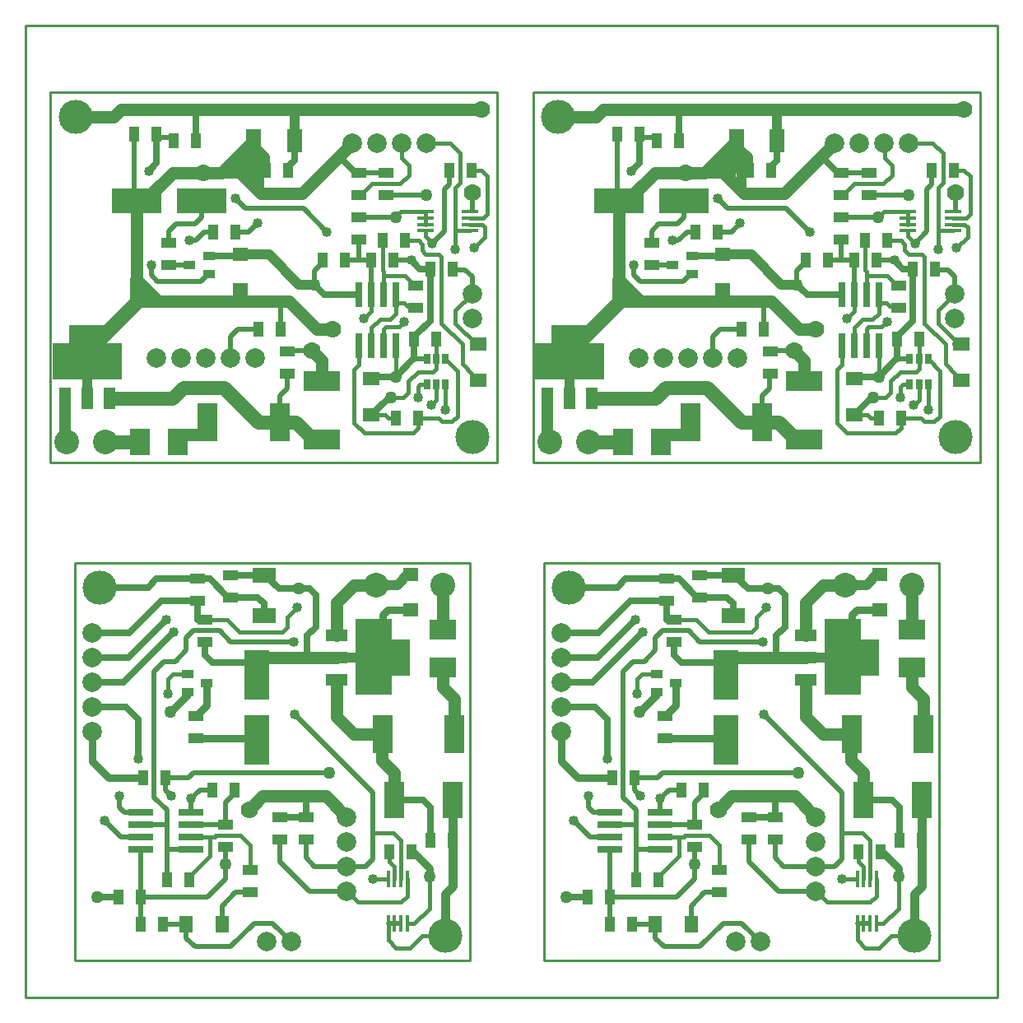
<source format=gtl>
%FSLAX23Y23*%
%MOIN*%
G70*
G01*
G75*
G04 Layer_Physical_Order=1*
G04 Layer_Color=255*
%ADD10R,0.079X0.150*%
%ADD11R,0.039X0.059*%
%ADD12R,0.063X0.055*%
%ADD13R,0.094X0.063*%
%ADD14R,0.059X0.039*%
%ADD15R,0.079X0.157*%
%ADD16R,0.100X0.200*%
%ADD17R,0.050X0.035*%
%ADD18R,0.110X0.079*%
%ADD19R,0.100X0.030*%
%ADD20R,0.017X0.066*%
%ADD21R,0.055X0.071*%
%ADD22R,0.090X0.150*%
%ADD23R,0.085X0.050*%
%ADD24R,0.150X0.079*%
%ADD25R,0.071X0.055*%
%ADD26R,0.063X0.094*%
%ADD27R,0.200X0.100*%
%ADD28R,0.079X0.110*%
%ADD29R,0.030X0.100*%
%ADD30R,0.026X0.042*%
%ADD31R,0.066X0.017*%
%ADD32R,0.150X0.090*%
%ADD33R,0.050X0.085*%
%ADD34C,0.025*%
%ADD35C,0.030*%
%ADD36C,0.040*%
%ADD37C,0.015*%
%ADD38C,0.020*%
%ADD39C,0.035*%
%ADD40C,0.050*%
%ADD41C,0.055*%
%ADD42C,0.010*%
%ADD43C,0.045*%
%ADD44C,0.060*%
%ADD45R,0.151X0.305*%
%ADD46R,0.035X0.075*%
%ADD47R,0.065X0.080*%
%ADD48R,0.280X0.151*%
%ADD49R,0.052X0.100*%
%ADD50R,0.094X0.047*%
%ADD51R,0.120X0.040*%
%ADD52R,0.035X0.045*%
%ADD53R,0.085X0.065*%
%ADD54R,0.064X0.076*%
%ADD55R,0.044X0.080*%
%ADD56C,0.079*%
%ADD57C,0.100*%
%ADD58C,0.138*%
%ADD59C,0.040*%
%ADD60C,0.050*%
%ADD61C,0.070*%
D10*
X3394Y800D02*
D03*
X3630D02*
D03*
X1494D02*
D03*
X1730D02*
D03*
D11*
X3540Y635D02*
D03*
X3630D02*
D03*
X2465Y890D02*
D03*
X2375D02*
D03*
X2365Y405D02*
D03*
X2275D02*
D03*
X2472Y475D02*
D03*
X2562D02*
D03*
X2745Y840D02*
D03*
X2655D02*
D03*
X3464Y590D02*
D03*
X3374D02*
D03*
X2365Y295D02*
D03*
X2455D02*
D03*
X465D02*
D03*
X555D02*
D03*
X1564Y590D02*
D03*
X1474D02*
D03*
X845Y840D02*
D03*
X755D02*
D03*
X572Y475D02*
D03*
X662D02*
D03*
X465Y405D02*
D03*
X375D02*
D03*
X565Y890D02*
D03*
X475D02*
D03*
X1640Y635D02*
D03*
X1730D02*
D03*
X3545Y2345D02*
D03*
X3455D02*
D03*
X3528Y2665D02*
D03*
X3618D02*
D03*
X2555Y3470D02*
D03*
X2645D02*
D03*
X2928Y3351D02*
D03*
X3018D02*
D03*
X3248Y2985D02*
D03*
X3158D02*
D03*
X3445D02*
D03*
X3355D02*
D03*
X3400Y3065D02*
D03*
X3490D02*
D03*
X2395Y3495D02*
D03*
X2485D02*
D03*
X3670Y3350D02*
D03*
X3760D02*
D03*
X2988Y2706D02*
D03*
X2898D02*
D03*
X3593Y2951D02*
D03*
X3683D02*
D03*
X2713Y3101D02*
D03*
X2803D02*
D03*
X758D02*
D03*
X848D02*
D03*
X1638Y2951D02*
D03*
X1728D02*
D03*
X1033Y2706D02*
D03*
X943D02*
D03*
X1715Y3350D02*
D03*
X1805D02*
D03*
X440Y3495D02*
D03*
X530D02*
D03*
X1445Y3065D02*
D03*
X1535D02*
D03*
X1490Y2985D02*
D03*
X1400D02*
D03*
X1293D02*
D03*
X1203D02*
D03*
X973Y3351D02*
D03*
X1063D02*
D03*
X600Y3470D02*
D03*
X690D02*
D03*
X1573Y2665D02*
D03*
X1663D02*
D03*
X1590Y2345D02*
D03*
X1500D02*
D03*
D12*
X3460Y1712D02*
D03*
Y1570D02*
D03*
X1560Y1712D02*
D03*
Y1570D02*
D03*
X2823Y3008D02*
D03*
Y2866D02*
D03*
X868Y3008D02*
D03*
Y2866D02*
D03*
D13*
X2865Y1710D02*
D03*
Y1545D02*
D03*
X965Y1710D02*
D03*
Y1545D02*
D03*
D14*
X2595Y1605D02*
D03*
Y1695D02*
D03*
X2730Y1710D02*
D03*
Y1620D02*
D03*
X2710Y610D02*
D03*
Y700D02*
D03*
X2810Y515D02*
D03*
Y425D02*
D03*
X3035Y730D02*
D03*
Y640D02*
D03*
X2930Y730D02*
D03*
Y640D02*
D03*
X2625Y1440D02*
D03*
Y1530D02*
D03*
X2590Y1050D02*
D03*
Y1140D02*
D03*
X690Y1050D02*
D03*
Y1140D02*
D03*
X725Y1440D02*
D03*
Y1530D02*
D03*
X1030Y730D02*
D03*
Y640D02*
D03*
X1135Y730D02*
D03*
Y640D02*
D03*
X910Y515D02*
D03*
Y425D02*
D03*
X810Y610D02*
D03*
Y700D02*
D03*
X830Y1710D02*
D03*
Y1620D02*
D03*
X695Y1605D02*
D03*
Y1695D02*
D03*
X3015Y2525D02*
D03*
Y2615D02*
D03*
X3303Y3161D02*
D03*
Y3071D02*
D03*
X3535Y2793D02*
D03*
Y2883D02*
D03*
X3415Y3340D02*
D03*
Y3250D02*
D03*
X3303Y3340D02*
D03*
Y3250D02*
D03*
X2535Y3055D02*
D03*
Y2965D02*
D03*
X580Y3055D02*
D03*
Y2965D02*
D03*
X1348Y3340D02*
D03*
Y3250D02*
D03*
X1460Y3340D02*
D03*
Y3250D02*
D03*
X1580Y2793D02*
D03*
Y2883D02*
D03*
X1348Y3161D02*
D03*
Y3071D02*
D03*
X1060Y2525D02*
D03*
Y2615D02*
D03*
D15*
X3636Y1065D02*
D03*
X3345D02*
D03*
X1736D02*
D03*
X1445D02*
D03*
X2692Y2331D02*
D03*
X2983D02*
D03*
X737D02*
D03*
X1028D02*
D03*
D16*
X2835Y1307D02*
D03*
Y1043D02*
D03*
X935Y1307D02*
D03*
Y1043D02*
D03*
D17*
X2555Y1310D02*
D03*
Y1235D02*
D03*
X2634Y1273D02*
D03*
X655Y1310D02*
D03*
Y1235D02*
D03*
X734Y1273D02*
D03*
X2698Y2928D02*
D03*
Y3003D02*
D03*
X2619Y2965D02*
D03*
X743Y2928D02*
D03*
Y3003D02*
D03*
X664Y2965D02*
D03*
D18*
X3590Y1336D02*
D03*
Y1490D02*
D03*
X1690Y1336D02*
D03*
Y1490D02*
D03*
D19*
X2365Y750D02*
D03*
Y700D02*
D03*
Y650D02*
D03*
Y600D02*
D03*
X2570Y650D02*
D03*
Y700D02*
D03*
Y600D02*
D03*
Y750D02*
D03*
X465D02*
D03*
Y700D02*
D03*
Y650D02*
D03*
Y600D02*
D03*
X670Y650D02*
D03*
Y700D02*
D03*
Y600D02*
D03*
Y750D02*
D03*
D20*
X3445Y480D02*
D03*
X3419D02*
D03*
X3394D02*
D03*
X3368D02*
D03*
X3445Y299D02*
D03*
X3419D02*
D03*
X3394D02*
D03*
X3368D02*
D03*
X1545Y480D02*
D03*
X1519D02*
D03*
X1494D02*
D03*
X1468D02*
D03*
X1545Y299D02*
D03*
X1519D02*
D03*
X1494D02*
D03*
X1468D02*
D03*
D21*
X2550Y295D02*
D03*
X2696D02*
D03*
X650D02*
D03*
X796D02*
D03*
D22*
X3412Y1377D02*
D03*
X1512D02*
D03*
D23*
X3160Y1287D02*
D03*
Y1377D02*
D03*
Y1467D02*
D03*
X1260Y1287D02*
D03*
Y1377D02*
D03*
Y1467D02*
D03*
D24*
X3153Y2260D02*
D03*
Y2496D02*
D03*
X1198Y2260D02*
D03*
Y2496D02*
D03*
D25*
X3355Y2505D02*
D03*
Y2359D02*
D03*
X3788Y2646D02*
D03*
Y2500D02*
D03*
X1833Y2646D02*
D03*
Y2500D02*
D03*
X1400Y2505D02*
D03*
Y2359D02*
D03*
D26*
X2878Y3471D02*
D03*
X3043D02*
D03*
X923D02*
D03*
X1088D02*
D03*
D27*
X2403Y3225D02*
D03*
X2667D02*
D03*
X448D02*
D03*
X712D02*
D03*
D28*
X2572Y2251D02*
D03*
X2418D02*
D03*
X617D02*
D03*
X463D02*
D03*
D29*
X3305Y2640D02*
D03*
X3355D02*
D03*
X3405D02*
D03*
X3455D02*
D03*
X3405Y2845D02*
D03*
X3355D02*
D03*
X3455D02*
D03*
X3305D02*
D03*
X1350Y2640D02*
D03*
X1400D02*
D03*
X1450D02*
D03*
X1500D02*
D03*
X1450Y2845D02*
D03*
X1400D02*
D03*
X1500D02*
D03*
X1350D02*
D03*
D30*
X3618Y2483D02*
D03*
X3580Y2585D02*
D03*
X3618D02*
D03*
X3655D02*
D03*
Y2483D02*
D03*
X3580D02*
D03*
X1663D02*
D03*
X1625Y2585D02*
D03*
X1663D02*
D03*
X1700D02*
D03*
Y2483D02*
D03*
X1625D02*
D03*
D31*
X3755Y3105D02*
D03*
Y3131D02*
D03*
Y3156D02*
D03*
Y3182D02*
D03*
X3574Y3105D02*
D03*
Y3131D02*
D03*
Y3156D02*
D03*
Y3182D02*
D03*
X1800Y3105D02*
D03*
Y3131D02*
D03*
Y3156D02*
D03*
Y3182D02*
D03*
X1619Y3105D02*
D03*
Y3131D02*
D03*
Y3156D02*
D03*
Y3182D02*
D03*
D32*
X2203Y2678D02*
D03*
X248D02*
D03*
D33*
X2293Y2426D02*
D03*
X2203D02*
D03*
X2113D02*
D03*
X338D02*
D03*
X248D02*
D03*
X158D02*
D03*
D34*
X2595Y1530D02*
Y1605D01*
X2190Y405D02*
X2275D01*
X2355Y965D02*
Y1125D01*
X2305Y1175D02*
X2355Y1125D01*
X2655Y1355D02*
X2795D01*
X2625Y1385D02*
X2655Y1355D01*
X2625Y1385D02*
Y1440D01*
X3394Y800D02*
X3510D01*
X3540Y770D01*
Y635D02*
Y770D01*
X3035Y730D02*
Y810D01*
X2200Y1660D02*
X2395D01*
X2865Y1545D02*
Y1595D01*
X2840Y1620D02*
X2865Y1595D01*
X2730Y1620D02*
X2840D01*
X2930Y730D02*
X3035D01*
X3394Y800D02*
X3395Y799D01*
X2395Y1660D02*
X2430Y1695D01*
X2595D01*
X2720Y1620D02*
X2730D01*
X2645Y1695D02*
X2720Y1620D01*
X2595Y1695D02*
X2645D01*
X2730Y1710D02*
X2865D01*
X2450Y1605D02*
X2595D01*
X2320Y1475D02*
X2450Y1605D01*
X2890Y1690D02*
X2925Y1655D01*
X3005D01*
X3040Y1395D02*
Y1465D01*
X3075Y1500D01*
Y1630D01*
X3050Y1655D02*
X3075Y1630D01*
X3005Y1655D02*
X3050D01*
X2170Y1175D02*
X2305D01*
X2170Y1475D02*
X2320D01*
X2295Y1275D02*
X2500Y1480D01*
X2170Y1275D02*
X2295D01*
X2315Y1375D02*
X2470Y1530D01*
X2170Y1375D02*
X2315D01*
X270D02*
X415D01*
X570Y1530D01*
X270Y1275D02*
X395D01*
X600Y1480D01*
X270Y1475D02*
X420D01*
X270Y1175D02*
X405D01*
X1105Y1655D02*
X1150D01*
X1175Y1630D01*
Y1500D02*
Y1630D01*
X1140Y1465D02*
X1175Y1500D01*
X1140Y1395D02*
Y1465D01*
X1025Y1655D02*
X1105D01*
X990Y1690D02*
X1025Y1655D01*
X420Y1475D02*
X550Y1605D01*
X695D01*
X830Y1710D02*
X965D01*
X695Y1695D02*
X745D01*
X820Y1620D01*
X830D01*
X530Y1695D02*
X695D01*
X495Y1660D02*
X530Y1695D01*
X1494Y800D02*
X1495Y799D01*
X1030Y730D02*
X1135D01*
X830Y1620D02*
X940D01*
X965Y1595D01*
Y1545D02*
Y1595D01*
X300Y1660D02*
X495D01*
X1135Y730D02*
Y810D01*
X1640Y635D02*
Y770D01*
X1610Y800D02*
X1640Y770D01*
X1494Y800D02*
X1610D01*
X725Y1385D02*
Y1440D01*
Y1385D02*
X755Y1355D01*
X895D01*
X405Y1175D02*
X455Y1125D01*
Y965D02*
Y1125D01*
X290Y405D02*
X375D01*
X695Y1530D02*
Y1605D01*
X743Y3003D02*
X845D01*
X1269Y3407D02*
X1336Y3340D01*
X1597Y2951D02*
X1638D01*
X498Y3346D02*
X530Y3378D01*
Y3495D01*
X1088Y3391D02*
Y3471D01*
X1063Y3366D02*
X1088Y3391D01*
X1063Y3351D02*
Y3366D01*
X1400Y2359D02*
X1472Y2431D01*
X1573Y2587D02*
Y2665D01*
X1587Y2689D02*
X1638Y2740D01*
X1211Y2845D02*
X1350D01*
X1500Y2514D02*
X1571Y2585D01*
X1638Y2740D02*
Y2933D01*
X1409Y2514D02*
X1500D01*
X1563Y2985D02*
X1597Y2951D01*
X690Y3470D02*
Y3595D01*
X1169Y2887D02*
X1211Y2845D01*
X3124Y2887D02*
X3166Y2845D01*
X2645Y3470D02*
Y3595D01*
X3518Y2985D02*
X3552Y2951D01*
X3364Y2514D02*
X3455D01*
X3593Y2740D02*
Y2933D01*
X3455Y2514D02*
X3526Y2585D01*
X3166Y2845D02*
X3305D01*
X3542Y2689D02*
X3593Y2740D01*
X3528Y2587D02*
Y2665D01*
X3355Y2359D02*
X3427Y2431D01*
X3018Y3351D02*
Y3366D01*
X3043Y3391D01*
Y3471D01*
X2485Y3378D02*
Y3495D01*
X2453Y3346D02*
X2485Y3378D01*
X3552Y2951D02*
X3593D01*
X3224Y3407D02*
X3291Y3340D01*
X2698Y3003D02*
X2800D01*
D35*
X3345Y1515D02*
Y1550D01*
X3365Y1570D01*
X3460D01*
X2590Y1050D02*
X2828D01*
X2235Y890D02*
X2375D01*
X2170Y955D02*
X2235Y890D01*
X2170Y955D02*
Y1075D01*
X3535Y490D02*
Y524D01*
X3469Y590D02*
X3535Y524D01*
X2485Y1155D02*
X2555Y1225D01*
X2634Y1184D02*
Y1273D01*
X2590Y1140D02*
X2634Y1184D01*
X690Y1140D02*
X734Y1184D01*
Y1273D01*
X585Y1155D02*
X655Y1225D01*
X1569Y590D02*
X1635Y524D01*
Y490D02*
Y524D01*
X270Y955D02*
Y1075D01*
Y955D02*
X335Y890D01*
X475D01*
X690Y1050D02*
X928D01*
X1465Y1570D02*
X1560D01*
X1445Y1550D02*
X1465Y1570D01*
X1445Y1515D02*
Y1550D01*
X936Y3444D02*
X973Y3406D01*
Y3351D02*
Y3406D01*
X2928Y3351D02*
Y3406D01*
X2891Y3444D02*
X2928Y3406D01*
D36*
X3405Y1670D02*
X3450Y1715D01*
X3320Y1670D02*
X3405D01*
X3160Y1377D02*
X3264D01*
X1260D02*
X1364D01*
X1420Y1670D02*
X1505D01*
X1550Y1715D01*
X1819Y2646D02*
X1825D01*
X1833D01*
X1088Y3471D02*
Y3595D01*
X248Y2426D02*
Y2530D01*
X1106Y2887D02*
X1169D01*
X985Y3008D02*
X1106Y2887D01*
X868Y3008D02*
X985D01*
X2823D02*
X2940D01*
X3061Y2887D01*
X3124D01*
X2203Y2426D02*
Y2530D01*
X3043Y3471D02*
Y3595D01*
X3780Y2646D02*
X3788D01*
X3774D02*
X3780D01*
D37*
X2625Y1530D02*
X2715D01*
X2595D02*
X2625D01*
X3305Y665D02*
X3390D01*
X2940Y1480D02*
X2960Y1500D01*
X2765Y1480D02*
X2940D01*
X2715Y1530D02*
X2765Y1480D01*
X2810Y515D02*
Y615D01*
X2770Y655D02*
X2810Y615D01*
X2570Y495D02*
X2647Y572D01*
X3535Y360D02*
Y490D01*
X3474Y299D02*
X3535Y360D01*
X3445Y299D02*
X3474D01*
X3505Y250D02*
X3600D01*
X3455Y200D02*
X3505Y250D01*
X3400Y200D02*
X3455D01*
X3368Y232D02*
X3400Y200D01*
X3368Y232D02*
Y299D01*
X3305Y480D02*
X3365D01*
X3374Y551D02*
Y590D01*
Y551D02*
X3394Y531D01*
Y480D02*
Y531D01*
X3390Y665D02*
X3419Y636D01*
Y480D02*
Y636D01*
X3200Y430D02*
X3245Y385D01*
X3420D01*
X3445Y410D01*
Y480D01*
X2960Y1500D02*
Y1540D01*
X3000Y1580D01*
X2495Y1310D02*
X2555D01*
X2475Y1290D02*
X2495Y1310D01*
X2475Y1230D02*
Y1290D01*
X2570Y650D02*
X2647D01*
Y572D02*
Y650D01*
X2666D01*
X2671Y655D01*
X2770D01*
X771D02*
X870D01*
X766Y650D02*
X771Y655D01*
X747Y650D02*
X766D01*
X747Y572D02*
Y650D01*
X670D02*
X747D01*
X575Y1230D02*
Y1290D01*
X595Y1310D01*
X655D01*
X1060Y1540D02*
X1100Y1580D01*
X1060Y1500D02*
Y1540D01*
X1545Y410D02*
Y480D01*
X1520Y385D02*
X1545Y410D01*
X1345Y385D02*
X1520D01*
X1300Y430D02*
X1345Y385D01*
X1519Y480D02*
Y636D01*
X1490Y665D02*
X1519Y636D01*
X1494Y480D02*
Y531D01*
X1474Y551D02*
X1494Y531D01*
X1474Y551D02*
Y590D01*
X1405Y480D02*
X1465D01*
X1468Y232D02*
Y299D01*
Y232D02*
X1500Y200D01*
X1555D01*
X1605Y250D01*
X1700D01*
X1545Y299D02*
X1574D01*
X1635Y360D01*
Y490D01*
X670Y495D02*
X747Y572D01*
X870Y655D02*
X910Y615D01*
Y515D02*
Y615D01*
X815Y1530D02*
X865Y1480D01*
X1040D01*
X1060Y1500D01*
X1405Y665D02*
X1490D01*
X695Y1530D02*
X725D01*
X815D01*
X1498Y3160D02*
X1520Y3182D01*
X1523Y3400D02*
Y3443D01*
Y3400D02*
X1553Y3370D01*
Y3331D02*
Y3370D01*
X1517Y3295D02*
X1553Y3331D01*
X1622Y3460D02*
X1719D01*
X1760Y3419D01*
Y3299D02*
Y3419D01*
X1740Y2783D02*
X1808Y2851D01*
X1740Y2731D02*
Y2783D01*
Y2731D02*
X1825Y2646D01*
X1684Y2731D02*
X1770Y2645D01*
Y2565D02*
Y2645D01*
Y2565D02*
X1811Y2524D01*
X1684Y2731D02*
Y2999D01*
X1700Y2585D02*
X1748Y2537D01*
Y2354D02*
Y2537D01*
X1512Y2715D02*
X1533Y2736D01*
X1459Y2715D02*
X1512D01*
X1450Y2706D02*
X1459Y2715D01*
X1450Y2640D02*
Y2706D01*
X1700Y2378D02*
Y2483D01*
X1479Y2431D02*
X1529D01*
X1549Y2451D01*
X1663Y2585D02*
Y2665D01*
X1469Y2345D02*
X1500D01*
X1455Y2359D02*
X1469Y2345D01*
X1400Y2359D02*
X1455D01*
X1500Y2514D02*
Y2640D01*
X1663Y2547D02*
Y2585D01*
X1400Y2779D02*
Y2845D01*
X1663Y2420D02*
Y2483D01*
X1588Y2430D02*
Y2474D01*
X1597Y2483D01*
X1625D01*
X1371Y2750D02*
X1400Y2779D01*
X1546Y2799D02*
X1580D01*
X1532Y2813D02*
X1546Y2799D01*
X1509Y2813D02*
X1532D01*
X1536Y2922D02*
X1569Y2889D01*
X1450Y2845D02*
Y2922D01*
X1536D01*
X1400Y2640D02*
Y2712D01*
X1435Y2747D01*
X1476D01*
X1500Y2771D01*
Y2845D01*
X1800Y3156D02*
X1854D01*
X1870Y3172D01*
X1800Y3131D02*
X1848D01*
X1816Y3037D02*
X1860Y3081D01*
Y3119D01*
X1848Y3131D02*
X1860Y3119D01*
X1870Y3172D02*
Y3325D01*
X1845Y3350D02*
X1870Y3325D01*
X1805Y3350D02*
X1845D01*
X1520Y3182D02*
X1619D01*
Y3131D02*
Y3156D01*
Y3182D01*
X1535Y3065D02*
X1592D01*
X1673Y3010D02*
X1684Y2999D01*
X1621Y3010D02*
X1673D01*
X1606Y3025D02*
X1621Y3010D01*
X1606Y3025D02*
Y3051D01*
X1592Y3065D02*
X1606Y3051D01*
X1619Y3082D02*
X1647Y3054D01*
X1619Y3082D02*
Y3104D01*
X1740Y3105D02*
X1800D01*
X1740Y3029D02*
Y3105D01*
Y3279D01*
X1760Y3299D01*
X1450Y2922D02*
Y2941D01*
X1445Y2946D02*
X1450Y2941D01*
X1445Y2946D02*
Y3065D01*
X1590Y2345D02*
X1672D01*
X1685Y2332D01*
X1726D01*
X1748Y2354D01*
X1642Y2399D02*
X1663Y2420D01*
X1549Y2451D02*
Y2495D01*
X1650Y2534D02*
X1663Y2547D01*
X1588Y2534D02*
X1650D01*
X1549Y2495D02*
X1588Y2534D01*
X1350Y2563D02*
Y2640D01*
X1330Y2327D02*
Y2543D01*
X1350Y2563D01*
X1372Y2285D02*
X1569D01*
X1330Y2327D02*
X1372Y2285D01*
X1569D02*
X1590Y2306D01*
Y2345D01*
X1366Y3259D02*
X1402Y3295D01*
X1517D01*
X3357D02*
X3472D01*
X3321Y3259D02*
X3357Y3295D01*
X3545Y2306D02*
Y2345D01*
X3524Y2285D02*
X3545Y2306D01*
X3285Y2327D02*
X3327Y2285D01*
X3524D01*
X3285Y2543D02*
X3305Y2563D01*
X3285Y2327D02*
Y2543D01*
X3305Y2563D02*
Y2640D01*
X3504Y2495D02*
X3543Y2534D01*
X3605D01*
X3618Y2547D01*
X3504Y2451D02*
Y2495D01*
X3597Y2399D02*
X3618Y2420D01*
X3681Y2332D02*
X3703Y2354D01*
X3640Y2332D02*
X3681D01*
X3627Y2345D02*
X3640Y2332D01*
X3545Y2345D02*
X3627D01*
X3400Y2946D02*
Y3065D01*
Y2946D02*
X3405Y2941D01*
Y2922D02*
Y2941D01*
X3695Y3279D02*
X3715Y3299D01*
X3695Y3105D02*
Y3279D01*
Y3029D02*
Y3105D01*
X3755D01*
X3574Y3082D02*
Y3104D01*
Y3082D02*
X3602Y3054D01*
X3547Y3065D02*
X3561Y3051D01*
Y3025D02*
Y3051D01*
Y3025D02*
X3576Y3010D01*
X3628D01*
X3639Y2999D01*
X3490Y3065D02*
X3547D01*
X3574Y3156D02*
Y3182D01*
Y3131D02*
Y3156D01*
X3475Y3182D02*
X3574D01*
X3760Y3350D02*
X3800D01*
X3825Y3325D01*
Y3172D02*
Y3325D01*
X3803Y3131D02*
X3815Y3119D01*
Y3081D02*
Y3119D01*
X3771Y3037D02*
X3815Y3081D01*
X3755Y3131D02*
X3803D01*
X3809Y3156D02*
X3825Y3172D01*
X3755Y3156D02*
X3809D01*
X3455Y2771D02*
Y2845D01*
X3431Y2747D02*
X3455Y2771D01*
X3390Y2747D02*
X3431D01*
X3355Y2712D02*
X3390Y2747D01*
X3355Y2640D02*
Y2712D01*
X3405Y2922D02*
X3491D01*
X3405Y2845D02*
Y2922D01*
X3491D02*
X3524Y2889D01*
X3464Y2813D02*
X3487D01*
X3501Y2799D01*
X3535D01*
X3326Y2750D02*
X3355Y2779D01*
X3552Y2483D02*
X3580D01*
X3543Y2474D02*
X3552Y2483D01*
X3543Y2430D02*
Y2474D01*
X3618Y2420D02*
Y2483D01*
X3355Y2779D02*
Y2845D01*
X3618Y2547D02*
Y2585D01*
X3455Y2514D02*
Y2640D01*
X3355Y2359D02*
X3410D01*
X3424Y2345D01*
X3455D01*
X3618Y2585D02*
Y2665D01*
X3484Y2431D02*
X3504Y2451D01*
X3434Y2431D02*
X3484D01*
X3655Y2378D02*
Y2483D01*
X3405Y2640D02*
Y2706D01*
X3414Y2715D01*
X3467D01*
X3488Y2736D01*
X3703Y2354D02*
Y2537D01*
X3655Y2585D02*
X3703Y2537D01*
X3639Y2731D02*
Y2999D01*
X3725Y2565D02*
X3766Y2524D01*
X3725Y2565D02*
Y2645D01*
X3639Y2731D02*
X3725Y2645D01*
X3695Y2731D02*
X3780Y2646D01*
X3695Y2731D02*
Y2783D01*
X3763Y2851D01*
X3715Y3299D02*
Y3419D01*
X3674Y3460D02*
X3715Y3419D01*
X3577Y3460D02*
X3674D01*
X3472Y3295D02*
X3508Y3331D01*
Y3370D01*
X3478Y3400D02*
X3508Y3370D01*
X3478Y3400D02*
Y3443D01*
X3453Y3160D02*
X3475Y3182D01*
D38*
X3305Y665D02*
Y830D01*
Y560D02*
Y665D01*
X2365Y700D02*
X2472D01*
Y758D01*
Y475D02*
Y700D01*
X2825Y300D02*
X2900D01*
X2730Y205D02*
X2825Y300D01*
X2585Y205D02*
X2730D01*
X2550Y240D02*
Y295D01*
Y240D02*
X2585Y205D01*
X2696Y295D02*
Y371D01*
X2455Y295D02*
X2550D01*
X2280Y770D02*
Y815D01*
Y770D02*
X2300Y750D01*
X2365D01*
X2465Y890D02*
X2560D01*
X2465Y840D02*
X2490Y815D01*
X2465Y840D02*
Y890D01*
X2420Y810D02*
X2472Y758D01*
X2420Y810D02*
Y1320D01*
X2340Y750D02*
X2365D01*
X2560Y890D02*
X2580Y910D01*
X2605Y840D02*
X2655D01*
X2570Y805D02*
X2605Y840D01*
X2570Y750D02*
Y805D01*
X2710Y790D02*
X2745Y825D01*
X2900Y300D02*
X2975Y225D01*
X2710Y700D02*
Y790D01*
X2580Y910D02*
X3130D01*
X2420Y1320D02*
X2460Y1360D01*
X2505D01*
X2550Y1405D01*
Y1455D01*
X2580Y1485D01*
X2685D01*
X2730Y1440D01*
X2985D01*
X2750Y425D02*
X2810D01*
X2696Y371D02*
X2750Y425D01*
X2365Y405D02*
X2635D01*
X2710Y480D01*
Y540D01*
X2365Y295D02*
Y405D01*
X2477Y600D02*
X2570D01*
X2365Y405D02*
Y600D01*
X3394Y299D02*
X3416D01*
X3370D02*
X3394D01*
X2710Y540D02*
Y610D01*
X2930Y550D02*
Y640D01*
Y550D02*
X3050Y430D01*
X3200D01*
X3070Y530D02*
X3200D01*
X3035Y565D02*
X3070Y530D01*
X3035Y565D02*
Y640D01*
X3045Y630D01*
X2285Y650D02*
X2365D01*
X2220Y715D02*
X2285Y650D01*
X3200Y530D02*
X3275D01*
X3305Y560D01*
X2990Y1145D02*
X3305Y830D01*
X2570Y700D02*
X2710D01*
X670D02*
X810D01*
X1090Y1145D02*
X1405Y830D01*
X1375Y530D02*
X1405Y560D01*
X1300Y530D02*
X1375D01*
X320Y715D02*
X385Y650D01*
X465D01*
X1135Y640D02*
X1145Y630D01*
X1135Y565D02*
Y640D01*
Y565D02*
X1170Y530D01*
X1300D01*
X1150Y430D02*
X1300D01*
X1030Y550D02*
X1150Y430D01*
X1030Y550D02*
Y640D01*
X810Y540D02*
Y610D01*
X1470Y299D02*
X1494D01*
X1516D01*
X465Y405D02*
Y600D01*
X577D02*
X670D01*
X465Y295D02*
Y405D01*
X810Y480D02*
Y540D01*
X735Y405D02*
X810Y480D01*
X465Y405D02*
X735D01*
X796Y371D02*
X850Y425D01*
X910D01*
X830Y1440D02*
X1085D01*
X785Y1485D02*
X830Y1440D01*
X680Y1485D02*
X785D01*
X650Y1455D02*
X680Y1485D01*
X650Y1405D02*
Y1455D01*
X605Y1360D02*
X650Y1405D01*
X560Y1360D02*
X605D01*
X520Y1320D02*
X560Y1360D01*
X680Y910D02*
X1230D01*
X810Y700D02*
Y790D01*
X1000Y300D02*
X1075Y225D01*
X810Y790D02*
X845Y825D01*
X670Y750D02*
Y805D01*
X705Y840D01*
X755D01*
X660Y890D02*
X680Y910D01*
X440Y750D02*
X465D01*
X520Y810D02*
Y1320D01*
Y810D02*
X572Y758D01*
X565Y840D02*
Y890D01*
Y840D02*
X590Y815D01*
X565Y890D02*
X660D01*
X400Y750D02*
X465D01*
X380Y770D02*
X400Y750D01*
X380Y770D02*
Y815D01*
X555Y295D02*
X650D01*
X796D02*
Y371D01*
X650Y240D02*
X685Y205D01*
X650Y240D02*
Y295D01*
X685Y205D02*
X830D01*
X925Y300D01*
X1000D01*
X572Y475D02*
Y700D01*
Y758D01*
X465Y700D02*
X572D01*
X1405Y560D02*
Y665D01*
Y830D01*
X1336Y3340D02*
X1348D01*
X580Y3055D02*
Y3104D01*
X1808Y2851D02*
Y2918D01*
X1781Y2945D02*
X1808Y2918D01*
X848Y3236D02*
Y3238D01*
X508Y2926D02*
Y2966D01*
Y2926D02*
X533Y2901D01*
X1571Y2585D02*
X1625D01*
X1400Y2845D02*
Y2985D01*
X1490D02*
X1563D01*
X1740Y2945D02*
X1781D01*
X580Y2965D02*
X653D01*
X440Y3233D02*
Y3495D01*
X1348Y3340D02*
X1460D01*
X1348Y3160D02*
X1498D01*
X1811Y3188D02*
Y3258D01*
X1647Y3054D02*
X1695Y3102D01*
Y3272D01*
X1715Y3292D01*
Y3350D01*
X1460Y3250D02*
X1622D01*
X542Y3482D02*
X587D01*
X1348Y2988D02*
Y3071D01*
X1293Y2985D02*
X1400D01*
X1169Y2887D02*
Y2943D01*
X1198Y2972D01*
X828Y2591D02*
Y2676D01*
X858Y2706D01*
X943D01*
X1033D02*
Y2817D01*
X1058Y2466D02*
Y2525D01*
X1028Y2436D02*
X1058Y2466D01*
X1028Y2331D02*
Y2436D01*
X533Y2901D02*
X708D01*
X728Y2921D01*
X1125Y3196D02*
X1221Y3100D01*
X888Y3196D02*
X1125D01*
X848Y3236D02*
X888Y3196D01*
X903Y3101D02*
X938Y3136D01*
X848Y3101D02*
X903D01*
X723D02*
X758D01*
X688Y3066D02*
X723Y3101D01*
X663Y3066D02*
X688D01*
X1085Y2621D02*
X1158D01*
X712Y3158D02*
Y3225D01*
X686Y3132D02*
X712Y3158D01*
X608Y3132D02*
X686D01*
X580Y3104D02*
X608Y3132D01*
X2535Y3104D02*
X2563Y3132D01*
X2641D01*
X2667Y3158D01*
Y3225D01*
X3040Y2621D02*
X3113D01*
X2618Y3066D02*
X2643D01*
X2678Y3101D01*
X2713D01*
X2803D02*
X2858D01*
X2893Y3136D01*
X2803Y3236D02*
X2843Y3196D01*
X3080D01*
X3176Y3100D01*
X2663Y2901D02*
X2683Y2921D01*
X2488Y2901D02*
X2663D01*
X2983Y2331D02*
Y2436D01*
X3013Y2466D01*
Y2525D01*
X2988Y2706D02*
Y2817D01*
X2813Y2706D02*
X2898D01*
X2783Y2676D02*
X2813Y2706D01*
X2783Y2591D02*
Y2676D01*
X3124Y2943D02*
X3153Y2972D01*
X3124Y2887D02*
Y2943D01*
X3248Y2985D02*
X3355D01*
X3303Y2988D02*
Y3071D01*
X2497Y3482D02*
X2542D01*
X3415Y3250D02*
X3577D01*
X3670Y3292D02*
Y3350D01*
X3650Y3272D02*
X3670Y3292D01*
X3650Y3102D02*
Y3272D01*
X3602Y3054D02*
X3650Y3102D01*
X3766Y3188D02*
Y3258D01*
X3303Y3160D02*
X3453D01*
X3303Y3340D02*
X3415D01*
X2395Y3233D02*
Y3495D01*
X2535Y2965D02*
X2608D01*
X3695Y2945D02*
X3736D01*
X3445Y2985D02*
X3518D01*
X3355Y2845D02*
Y2985D01*
X3526Y2585D02*
X3580D01*
X2463Y2926D02*
X2488Y2901D01*
X2463Y2926D02*
Y2966D01*
X2803Y3236D02*
Y3238D01*
X3736Y2945D02*
X3763Y2918D01*
Y2851D02*
Y2918D01*
X2535Y3055D02*
Y3104D01*
X3291Y3340D02*
X3303D01*
D39*
X3600Y250D02*
Y420D01*
X3630Y450D01*
Y635D01*
Y800D01*
X1730Y635D02*
Y800D01*
Y450D02*
Y635D01*
X1700Y420D02*
X1730Y450D01*
X1700Y250D02*
Y420D01*
D40*
X2860Y815D02*
X3115D01*
X3200Y730D01*
X2805Y760D02*
X2860Y815D01*
X3394Y800D02*
Y911D01*
X3344Y961D02*
X3394Y911D01*
X2865Y1377D02*
X3160D01*
X3230Y1065D02*
X3345D01*
X3344Y961D02*
Y1064D01*
X3160Y1135D02*
X3230Y1065D01*
X3160Y1135D02*
Y1287D01*
X3636Y1065D02*
Y1209D01*
X3590Y1255D02*
X3636Y1209D01*
X3590Y1255D02*
Y1336D01*
X3230Y1670D02*
X3320D01*
X3160Y1600D02*
X3230Y1670D01*
X3590Y1490D02*
Y1670D01*
X3160Y1467D02*
Y1600D01*
X1260Y1467D02*
Y1600D01*
X1690Y1490D02*
Y1670D01*
X1260Y1600D02*
X1330Y1670D01*
X1420D01*
X1690Y1255D02*
Y1336D01*
Y1255D02*
X1736Y1209D01*
Y1065D02*
Y1209D01*
X1260Y1135D02*
Y1287D01*
Y1135D02*
X1330Y1065D01*
X1444Y961D02*
Y1064D01*
X1330Y1065D02*
X1445D01*
X965Y1377D02*
X1260D01*
X1444Y961D02*
X1494Y911D01*
Y800D02*
Y911D01*
X905Y760D02*
X960Y815D01*
X1215D02*
X1300Y730D01*
X960Y815D02*
X1215D01*
X1118Y3256D02*
X1269Y3407D01*
X1322Y3460D01*
X690Y3595D02*
X1845D01*
X793Y3341D02*
X923Y3471D01*
X718Y3341D02*
X793D01*
X248Y2678D02*
X285D01*
X448Y2906D02*
Y3225D01*
X479D01*
X595Y3341D01*
X718D01*
X386Y3595D02*
X690D01*
X356Y3565D02*
X386Y3595D01*
X202Y3565D02*
X356D01*
X1033Y2817D02*
X1034Y2818D01*
X843Y3366D02*
X953Y3256D01*
X1118D01*
X648Y2281D02*
X698D01*
X536Y2818D02*
X1034D01*
X1198Y2496D02*
Y2581D01*
X1158Y2621D02*
X1198Y2581D01*
X1179Y2705D02*
X1244D01*
X1066Y2818D02*
X1179Y2705D01*
X1034Y2818D02*
X1066D01*
X512Y2842D02*
X536Y2818D01*
X448Y2906D02*
X512Y2842D01*
X479D02*
X512D01*
X2434D02*
X2467D01*
X2403Y2906D02*
X2467Y2842D01*
X2491Y2818D01*
X2989D02*
X3021D01*
X3134Y2705D01*
X3199D01*
X3113Y2621D02*
X3153Y2581D01*
Y2496D02*
Y2581D01*
X2491Y2818D02*
X2989D01*
X2603Y2281D02*
X2653D01*
X2908Y3256D02*
X3073D01*
X2798Y3366D02*
X2908Y3256D01*
X2988Y2817D02*
X2989Y2818D01*
X2157Y3565D02*
X2311D01*
X2341Y3595D01*
X2645D01*
X2550Y3341D02*
X2673D01*
X2434Y3225D02*
X2550Y3341D01*
X2403Y3225D02*
X2434D01*
X2403Y2906D02*
Y3225D01*
X2203Y2678D02*
X2240D01*
X2673Y3341D02*
X2748D01*
X2878Y3471D01*
X2645Y3595D02*
X3800D01*
X3224Y3407D02*
X3277Y3460D01*
X3073Y3256D02*
X3224Y3407D01*
D41*
X356Y2426D02*
X593D01*
X323Y2251D02*
X463D01*
X593Y2426D02*
X638Y2471D01*
X803D01*
X943Y2331D01*
X1028D01*
X1093D01*
X1156Y2269D01*
X3048Y2331D02*
X3111Y2269D01*
X2983Y2331D02*
X3048D01*
X2898D02*
X2983D01*
X2758Y2471D02*
X2898Y2331D01*
X2593Y2471D02*
X2758D01*
X2548Y2426D02*
X2593Y2471D01*
X2278Y2251D02*
X2418D01*
X2308Y2426D02*
X2548D01*
D42*
X167Y2251D02*
X188Y2272D01*
X1472Y2431D02*
X1479D01*
X1663Y2665D02*
X1663Y2665D01*
X595Y2263D02*
X606Y2252D01*
X1400Y2505D02*
X1409Y2514D01*
X1569Y2889D02*
X1580D01*
X1643Y2399D02*
X1649Y2405D01*
X3598Y2399D02*
X3604Y2405D01*
X3524Y2889D02*
X3535D01*
X3355Y2505D02*
X3364Y2514D01*
X2550Y2263D02*
X2561Y2252D01*
X3618Y2665D02*
X3618Y2665D01*
X3427Y2431D02*
X3434D01*
X2122Y2251D02*
X2143Y2272D01*
X2100Y150D02*
Y1760D01*
X3700D01*
X2100Y150D02*
X3700D01*
Y1760D01*
X1800Y150D02*
Y1760D01*
X200Y150D02*
X1800D01*
X200Y1760D02*
X1800D01*
X200Y150D02*
Y1760D01*
X3937Y0D02*
Y3937D01*
X0D02*
X3937D01*
X0Y0D02*
Y3937D01*
Y0D02*
X3937D01*
X100Y2165D02*
X1910D01*
X100D02*
Y3665D01*
X1910Y2165D02*
Y3665D01*
X100D02*
X1910D01*
X2055D02*
X3865D01*
Y2165D02*
Y3665D01*
X2055Y2165D02*
Y3665D01*
Y2165D02*
X3865D01*
D43*
X158Y2281D02*
Y2426D01*
X2113Y2281D02*
Y2426D01*
D44*
X296Y2658D02*
X479Y2842D01*
X2250Y2658D02*
X2434Y2842D01*
D45*
X3309Y1378D02*
D03*
X1408D02*
D03*
D46*
X941Y3313D02*
D03*
X2895D02*
D03*
D47*
X896Y3381D02*
D03*
X2851D02*
D03*
D48*
X248Y2575D02*
D03*
X2203D02*
D03*
D49*
X449Y2863D02*
D03*
X2404D02*
D03*
D50*
X495Y2816D02*
D03*
X2450D02*
D03*
D51*
X838Y3336D02*
D03*
X2793D02*
D03*
D52*
X905Y3329D02*
D03*
X2861D02*
D03*
D53*
X915Y3404D02*
D03*
X2871D02*
D03*
D54*
X935Y3374D02*
D03*
X2890D02*
D03*
D55*
X945Y3296D02*
D03*
X2900D02*
D03*
D56*
X2170Y1175D02*
D03*
Y1275D02*
D03*
Y1375D02*
D03*
Y1475D02*
D03*
Y1075D02*
D03*
X3200Y430D02*
D03*
Y530D02*
D03*
Y630D02*
D03*
Y730D02*
D03*
X2975Y225D02*
D03*
X2875D02*
D03*
X1075D02*
D03*
X975D02*
D03*
X1300Y430D02*
D03*
Y530D02*
D03*
Y630D02*
D03*
Y730D02*
D03*
X270Y1175D02*
D03*
Y1275D02*
D03*
Y1375D02*
D03*
Y1475D02*
D03*
Y1075D02*
D03*
X2783Y2591D02*
D03*
X2683D02*
D03*
X2583D02*
D03*
X2483D02*
D03*
X2883D02*
D03*
X3577Y3460D02*
D03*
X3477D02*
D03*
X3377D02*
D03*
X3277D02*
D03*
X3763Y2851D02*
D03*
Y2751D02*
D03*
X1808Y2851D02*
D03*
Y2751D02*
D03*
X1622Y3460D02*
D03*
X1522D02*
D03*
X1422D02*
D03*
X1322D02*
D03*
X828Y2591D02*
D03*
X728D02*
D03*
X628D02*
D03*
X528D02*
D03*
X928D02*
D03*
D57*
X3590Y1670D02*
D03*
X3320D02*
D03*
X1420D02*
D03*
X1690D02*
D03*
X2278Y2251D02*
D03*
X2122D02*
D03*
X167D02*
D03*
X323D02*
D03*
D58*
X2200Y1660D02*
D03*
X3600Y250D02*
D03*
X1700D02*
D03*
X300Y1660D02*
D03*
X202Y3565D02*
D03*
X1810Y2270D02*
D03*
X3765D02*
D03*
X2157Y3565D02*
D03*
D59*
X2280Y815D02*
D03*
X2490D02*
D03*
X2570Y805D02*
D03*
X2985Y1440D02*
D03*
X3305Y480D02*
D03*
X2990Y1145D02*
D03*
X2355Y965D02*
D03*
X3000Y1580D02*
D03*
X2500Y1480D02*
D03*
X2470Y1530D02*
D03*
X2475Y1230D02*
D03*
X3264Y1475D02*
D03*
X2220Y715D02*
D03*
X3344Y1475D02*
D03*
X3304Y1425D02*
D03*
X3264Y1377D02*
D03*
X3344D02*
D03*
X3304Y1325D02*
D03*
X3264Y1275D02*
D03*
X3344D02*
D03*
X1444D02*
D03*
X1364D02*
D03*
X1404Y1325D02*
D03*
X1444Y1377D02*
D03*
X1364D02*
D03*
X1404Y1425D02*
D03*
X1444Y1475D02*
D03*
X320Y715D02*
D03*
X1364Y1475D02*
D03*
X575Y1230D02*
D03*
X570Y1530D02*
D03*
X600Y1480D02*
D03*
X1100Y1580D02*
D03*
X455Y965D02*
D03*
X1090Y1145D02*
D03*
X1405Y480D02*
D03*
X1085Y1440D02*
D03*
X670Y805D02*
D03*
X590Y815D02*
D03*
X380D02*
D03*
X848Y3236D02*
D03*
X498Y3346D02*
D03*
X1221Y3100D02*
D03*
X1533Y2736D02*
D03*
X1700Y2378D02*
D03*
X508Y2966D02*
D03*
X150Y2530D02*
D03*
Y2610D02*
D03*
X200Y2570D02*
D03*
X248Y2530D02*
D03*
Y2610D02*
D03*
X300Y2570D02*
D03*
X350Y2530D02*
D03*
Y2610D02*
D03*
X1588Y2430D02*
D03*
X1371Y2750D02*
D03*
X1740Y3029D02*
D03*
X1816Y3037D02*
D03*
X1563Y2985D02*
D03*
X1647Y3054D02*
D03*
X1642Y2399D02*
D03*
X938Y3136D02*
D03*
X663Y3066D02*
D03*
X2618D02*
D03*
X2893Y3136D02*
D03*
X3597Y2399D02*
D03*
X3602Y3054D02*
D03*
X3518Y2985D02*
D03*
X3771Y3037D02*
D03*
X3695Y3029D02*
D03*
X3326Y2750D02*
D03*
X3543Y2430D02*
D03*
X2305Y2610D02*
D03*
Y2530D02*
D03*
X2255Y2570D02*
D03*
X2203Y2610D02*
D03*
Y2530D02*
D03*
X2155Y2570D02*
D03*
X2105Y2610D02*
D03*
Y2530D02*
D03*
X2463Y2966D02*
D03*
X3655Y2378D02*
D03*
X3488Y2736D02*
D03*
X3176Y3100D02*
D03*
X2453Y3346D02*
D03*
X2803Y3236D02*
D03*
D60*
X3130Y910D02*
D03*
X3535Y490D02*
D03*
X2710Y540D02*
D03*
X3005Y1655D02*
D03*
X2485Y1155D02*
D03*
X2190Y405D02*
D03*
X290D02*
D03*
X585Y1155D02*
D03*
X1105Y1655D02*
D03*
X810Y540D02*
D03*
X1635Y490D02*
D03*
X1230Y910D02*
D03*
X1169Y2887D02*
D03*
X1500Y2514D02*
D03*
X1479Y2431D02*
D03*
X1498Y3160D02*
D03*
X1622Y3250D02*
D03*
X3577D02*
D03*
X3453Y3160D02*
D03*
X3434Y2431D02*
D03*
X3455Y2514D02*
D03*
X3124Y2887D02*
D03*
D61*
X2805Y760D02*
D03*
X905D02*
D03*
X1244Y2705D02*
D03*
X718Y3341D02*
D03*
X1811Y3258D02*
D03*
X1845Y3595D02*
D03*
X1158Y2621D02*
D03*
X3113D02*
D03*
X3800Y3595D02*
D03*
X3766Y3258D02*
D03*
X2673Y3341D02*
D03*
X3199Y2705D02*
D03*
M02*

</source>
